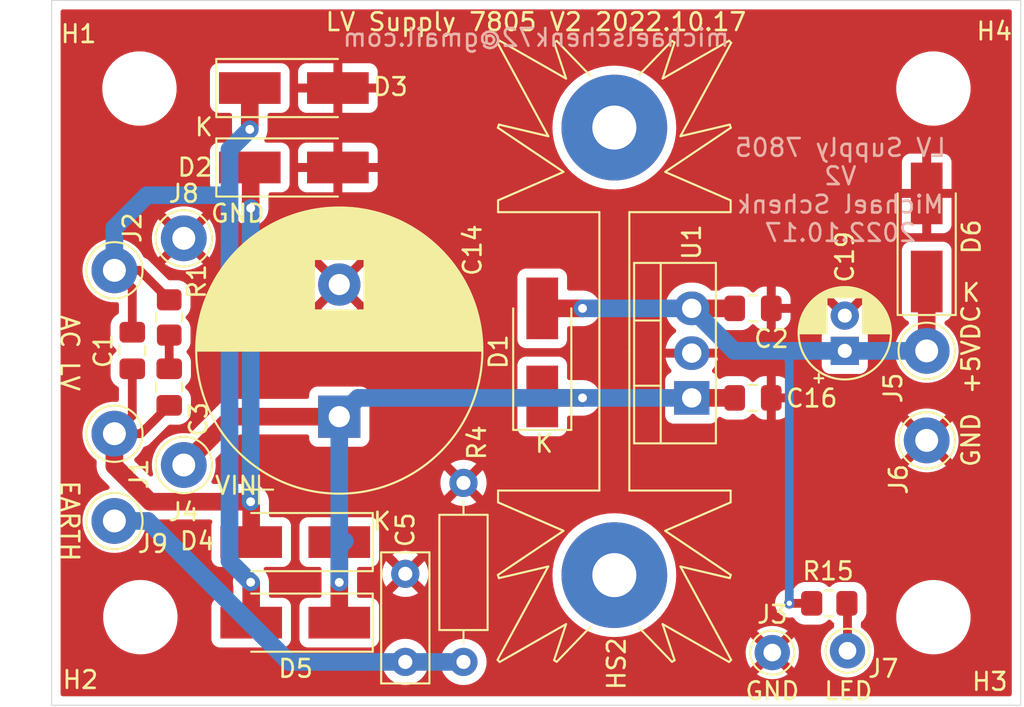
<source format=kicad_pcb>
(kicad_pcb (version 20211014) (generator pcbnew)
  (layers (0 "F.Cu" signal) (31 "B.Cu" signal) (34 "B.Paste" user) (35 "F.Paste" user) (36 "B.SilkS" user "B.Silkscreen") (37 "F.SilkS" user "F.Silkscreen") (38 "B.Mask" user) (39 "F.Mask" user) (44 "Edge.Cuts" user))
  (net 0 "")
  (net 1 "Net-(C1-Pad2)")
  (net 2 "Net-(C3-Pad2)")
  (net 3 "Net-(C19-Pad1)")
  (net 4 "GND")
  (net 5 "Net-(C14-Pad1)")
  (net 6 "Net-(C1-Pad1)")
  (net 7 "Net-(C5-Pad1)")
  (net 8 "Net-(J7-Pad1)")
  (footprint "MountingHole:MountingHole_3.2mm_M3" (layer "F.Cu") (at 52.9844 113)
    (fp_text reference "H1" (at -3.4544 -3.0988) (layer "F.SilkS"))
    (fp_text value "MountingHole")
    (pad "" np_thru_hole circle (at 0 0) (size 3.2 3.2) (drill 3.2) (layers *.Cu *.Mask))
  )
  (footprint "MountingHole:MountingHole_3.2mm_M3" (layer "F.Cu") (at 53.0352 143)
    (fp_text reference "H2" (at -3.4036 3.556) (layer "F.SilkS"))
    (fp_text value "MountingHole")
    (pad "" np_thru_hole circle (at 0 0) (size 3.2 3.2) (drill 3.2) (layers *.Cu *.Mask))
  )
  (footprint "MountingHole:MountingHole_3.2mm_M3" (layer "F.Cu") (at 98.044 143)
    (fp_text reference "H3" (at 3.2004 3.6576) (layer "F.SilkS"))
    (fp_text value "MountingHole")
    (pad "" np_thru_hole circle (at 0 0) (size 3.2 3.2) (drill 3.2) (layers *.Cu *.Mask))
  )
  (footprint "Connector_Pin:Pin_D1.0mm_L10.0mm" (layer "F.Cu") (at 88.9 145.0096)
    (fp_text reference "J3" (at 0 -2.159) (layer "F.SilkS"))
    (fp_text value "LED_GND")
    (pad "1" thru_hole circle (at 0 0) (size 2 2) (drill 1) (layers *.Cu *.Mask) (net 4 "GND"))
  )
  (footprint "Capacitor_THT:CP_Radial_D5.0mm_P2.00mm" (layer "F.Cu") (at 93.0148 127.889 90)
    (fp_text reference "C19" (at 5.334 0 90) (layer "F.SilkS"))
    (fp_text value "1uF/25V")
    (pad "1" thru_hole rect (at 0 0 90) (size 1.6 1.6) (drill 0.8) (layers *.Cu *.Mask) (net 3 "Net-(C19-Pad1)"))
    (pad "2" thru_hole circle (at 2 0 90) (size 1.6 1.6) (drill 0.8) (layers *.Cu *.Mask) (net 4 "GND"))
  )
  (footprint "Connector_Pin:Pin_D1.3mm_L11.0mm" (layer "F.Cu") (at 97.663 127.889 -90)
    (fp_text reference "J5" (at 2.1082 1.905 -90) (layer "F.SilkS"))
    (fp_text value "+5VDC")
    (pad "1" thru_hole circle (at 0 0 270) (size 2.6 2.6) (drill 1.3) (layers *.Cu *.Mask) (net 3 "Net-(C19-Pad1)"))
  )
  (footprint "Connector_Pin:Pin_D1.3mm_L11.0mm" (layer "F.Cu") (at 97.663 132.969 -90)
    (fp_text reference "J6" (at 2.2098 1.6002 -90) (layer "F.SilkS"))
    (fp_text value "GND")
    (pad "1" thru_hole circle (at 0 0 270) (size 2.6 2.6) (drill 1.3) (layers *.Cu *.Mask) (net 4 "GND"))
  )
  (footprint "Connector_Pin:Pin_D1.0mm_L10.0mm" (layer "F.Cu") (at 93.1672 144.907)
    (fp_text reference "J7" (at 2.032 1.016) (layer "F.SilkS"))
    (fp_text value "LED")
    (pad "1" thru_hole circle (at 0 0) (size 2 2) (drill 1) (layers *.Cu *.Mask) (net 8 "Net-(J7-Pad1)"))
  )
  (footprint "Resistor_SMD:R_0805_2012Metric_Pad1.20x1.40mm_HandSolder" (layer "F.Cu") (at 92.1352 142.2156 180)
    (fp_text reference "R15" (at 0.0668 1.8288) (layer "F.SilkS"))
    (fp_text value "330R")
    (pad "1" smd roundrect (at -1 0 180) (size 1.2 1.4) (layers "F.Cu" "F.Paste" "F.Mask") (roundrect_rratio 0.2083333333) (net 8 "Net-(J7-Pad1)"))
    (pad "2" smd roundrect (at 1 0 180) (size 1.2 1.4) (layers "F.Cu" "F.Paste" "F.Mask") (roundrect_rratio 0.2083333333) (net 3 "Net-(C19-Pad1)"))
  )
  (footprint "Capacitor_SMD:C_0805_2012Metric_Pad1.18x1.45mm_HandSolder" (layer "F.Cu") (at 87.8039 130.556)
    (fp_text reference "C16" (at 3.3313 0.0244) (layer "F.SilkS"))
    (fp_text value "330nF/50V")
    (pad "1" smd roundrect (at -1.0375 0) (size 1.175 1.45) (layers "F.Cu" "F.Paste" "F.Mask") (roundrect_rratio 0.2127659574) (net 5 "Net-(C14-Pad1)"))
    (pad "2" smd roundrect (at 1.0375 0) (size 1.175 1.45) (layers "F.Cu" "F.Paste" "F.Mask") (roundrect_rratio 0.2127659574) (net 4 "GND"))
  )
  (footprint "MountingHole:MountingHole_3.2mm_M3" (layer "F.Cu") (at 98.044 113)
    (fp_text reference "H4" (at 3.4544 -3.2512) (layer "F.SilkS"))
    (fp_text value "MountingHole")
    (pad "" np_thru_hole circle (at 0 0) (size 3.2 3.2) (drill 3.2) (layers *.Cu *.Mask))
  )
  (footprint "Capacitor_THT:CP_Radial_D16.0mm_P7.50mm" (layer "F.Cu") (at 64.3255 131.6228 90)
    (fp_text reference "C14" (at 9.4488 7.5565 90) (layer "F.SilkS"))
    (fp_text value "2200uF/35VDC")
    (pad "1" thru_hole rect (at 0 0 90) (size 2.4 2.4) (drill 1.2) (layers *.Cu *.Mask) (net 5 "Net-(C14-Pad1)"))
    (pad "2" thru_hole circle (at 7.5 0 90) (size 2.4 2.4) (drill 1.2) (layers *.Cu *.Mask) (net 4 "GND"))
  )
  (footprint "Capacitor_SMD:C_0805_2012Metric_Pad1.18x1.45mm_HandSolder" (layer "F.Cu") (at 52.578 127.8675 90)
    (fp_text reference "C1" (at -0.0215 -1.651 90) (layer "F.SilkS"))
    (fp_text value "Cx/10nF/50V")
    (pad "1" smd roundrect (at -1.0375 0 90) (size 1.175 1.45) (layers "F.Cu" "F.Paste" "F.Mask") (roundrect_rratio 0.2127659574) (net 6 "Net-(C1-Pad1)"))
    (pad "2" smd roundrect (at 1.0375 0 90) (size 1.175 1.45) (layers "F.Cu" "F.Paste" "F.Mask") (roundrect_rratio 0.2127659574) (net 1 "Net-(C1-Pad2)"))
  )
  (footprint "Capacitor_SMD:C_0805_2012Metric_Pad1.18x1.45mm_HandSolder" (layer "F.Cu") (at 87.8039 125.476)
    (fp_text reference "C2" (at 1.0463 1.7272) (layer "F.SilkS"))
    (fp_text value "100nF/50V")
    (pad "1" smd roundrect (at -1.0375 0) (size 1.175 1.45) (layers "F.Cu" "F.Paste" "F.Mask") (roundrect_rratio 0.2127659574) (net 3 "Net-(C19-Pad1)"))
    (pad "2" smd roundrect (at 1.0375 0) (size 1.175 1.45) (layers "F.Cu" "F.Paste" "F.Mask") (roundrect_rratio 0.2127659574) (net 4 "GND"))
  )
  (footprint "Capacitor_SMD:C_0805_2012Metric_Pad1.18x1.45mm_HandSolder" (layer "F.Cu") (at 54.6735 129.9425 90)
    (fp_text reference "C3" (at -1.8327 1.6637 90) (layer "F.SilkS"))
    (fp_text value "Cs/50V")
    (pad "1" smd roundrect (at -1.0375 0 90) (size 1.175 1.45) (layers "F.Cu" "F.Paste" "F.Mask") (roundrect_rratio 0.2127659574) (net 6 "Net-(C1-Pad1)"))
    (pad "2" smd roundrect (at 1.0375 0 90) (size 1.175 1.45) (layers "F.Cu" "F.Paste" "F.Mask") (roundrect_rratio 0.2127659574) (net 2 "Net-(C3-Pad2)"))
  )
  (footprint "Diode_SMD:D_SMA_Handsoldering" (layer "F.Cu") (at 75.8444 127.976 90)
    (fp_text reference "D1" (at 0.04 -2.4892 90) (layer "F.SilkS"))
    (fp_text value "1N4007")
    (pad "1" smd rect (at -2.5 0 90) (size 3.5 1.8) (layers "F.Cu" "F.Paste" "F.Mask") (net 5 "Net-(C14-Pad1)"))
    (pad "2" smd rect (at 2.5 0 90) (size 3.5 1.8) (layers "F.Cu" "F.Paste" "F.Mask") (net 3 "Net-(C19-Pad1)"))
  )
  (footprint "Diode_SMD:D_SMA_Handsoldering" (layer "F.Cu") (at 61.7455 117.479837)
    (fp_text reference "D2" (at -5.6115 -0.004837) (layer "F.SilkS"))
    (fp_text value "BYG22B-E3")
    (pad "1" smd rect (at -2.5 0) (size 3.5 1.8) (layers "F.Cu" "F.Paste" "F.Mask") (net 6 "Net-(C1-Pad1)"))
    (pad "2" smd rect (at 2.5 0) (size 3.5 1.8) (layers "F.Cu" "F.Paste" "F.Mask") (net 4 "GND"))
  )
  (footprint "Diode_SMD:D_SMA_Handsoldering" (layer "F.Cu") (at 61.7455 112.971337)
    (fp_text reference "D3" (at 5.4845 -0.068337) (layer "F.SilkS"))
    (fp_text value "BYG22B-E3")
    (pad "1" smd rect (at -2.5 0) (size 3.5 1.8) (layers "F.Cu" "F.Paste" "F.Mask") (net 1 "Net-(C1-Pad2)"))
    (pad "2" smd rect (at 2.5 0) (size 3.5 1.8) (layers "F.Cu" "F.Paste" "F.Mask") (net 4 "GND"))
  )
  (footprint "Diode_SMD:D_SMA_Handsoldering" (layer "F.Cu") (at 61.8255 138.7403 180)
    (fp_text reference "D4" (at 5.5645 0.0563) (layer "F.SilkS"))
    (fp_text value "BYG22B-E3")
    (pad "1" smd rect (at -2.5 0 180) (size 3.5 1.8) (layers "F.Cu" "F.Paste" "F.Mask") (net 5 "Net-(C14-Pad1)"))
    (pad "2" smd rect (at 2.5 0 180) (size 3.5 1.8) (layers "F.Cu" "F.Paste" "F.Mask") (net 6 "Net-(C1-Pad1)"))
  )
  (footprint "Diode_SMD:D_SMA_Handsoldering" (layer "F.Cu") (at 61.8255 143.3123 180)
    (fp_text reference "D5" (at -0.0235 -2.6107) (layer "F.SilkS"))
    (fp_text value "BYG22B-E3")
    (pad "1" smd rect (at -2.5 0 180) (size 3.5 1.8) (layers "F.Cu" "F.Paste" "F.Mask") (net 5 "Net-(C14-Pad1)"))
    (pad "2" smd rect (at 2.5 0 180) (size 3.5 1.8) (layers "F.Cu" "F.Paste" "F.Mask") (net 1 "Net-(C1-Pad2)"))
  )
  (footprint "Diode_SMD:D_SMA_Handsoldering" (layer "F.Cu") (at 97.663 121.452 90)
    (fp_text reference "D6" (at 0.04 2.54 90) (layer "F.SilkS"))
    (fp_text value "1N4007")
    (pad "1" smd rect (at -2.5 0 90) (size 3.5 1.8) (layers "F.Cu" "F.Paste" "F.Mask") (net 3 "Net-(C19-Pad1)"))
    (pad "2" smd rect (at 2.5 0 90) (size 3.5 1.8) (layers "F.Cu" "F.Paste" "F.Mask") (net 4 "GND"))
  )
  (footprint "Connector_Pin:Pin_D1.3mm_L11.0mm" (layer "F.Cu") (at 51.562 132.588 90)
    (fp_text reference "J1" (at -2.286 1.397 90) (layer "F.SilkS"))
    (fp_text value "AC-LV")
    (pad "1" thru_hole circle (at 0 0 90) (size 2.6 2.6) (drill 1.3) (layers *.Cu *.Mask) (net 6 "Net-(C1-Pad1)"))
  )
  (footprint "Connector_Pin:Pin_D1.3mm_L11.0mm" (layer "F.Cu") (at 51.562 123.317 90)
    (fp_text reference "J2" (at 2.413 1.016 90) (layer "F.SilkS"))
    (fp_text value "AC-LV")
    (pad "1" thru_hole circle (at 0 0 90) (size 2.6 2.6) (drill 1.3) (layers *.Cu *.Mask) (net 1 "Net-(C1-Pad2)"))
  )
  (footprint "Resistor_SMD:R_0805_2012Metric_Pad1.20x1.40mm_HandSolder" (layer "F.Cu") (at 54.6735 125.9918 90)
    (fp_text reference "R1" (at 2.0398 1.5621 90) (layer "F.SilkS"))
    (fp_text value "Rs/1/8W")
    (pad "1" smd roundrect (at -1 0 90) (size 1.2 1.4) (layers "F.Cu" "F.Paste" "F.Mask") (roundrect_rratio 0.2083333333) (net 2 "Net-(C3-Pad2)"))
    (pad "2" smd roundrect (at 1 0 90) (size 1.2 1.4) (layers "F.Cu" "F.Paste" "F.Mask") (roundrect_rratio 0.2083333333) (net 1 "Net-(C1-Pad2)"))
  )
  (footprint "Heatsink:Heatsink_Fischer_SK104-STC-STIC_35x13mm_2xDrill2.5mm" (layer "F.Cu") (at 79.936 127.9154 -90)
    (fp_text reference "HS2" (at 17.7282 -0.1248 90) (layer "F.SilkS"))
    (fp_text value "Heatsink")
    (pad "1" thru_hole circle (at -12.7 0 90) (size 6 6) (drill 2.5) (layers *.Cu *.Mask))
    (pad "1" thru_hole circle (at 12.7 0 270) (size 6 6) (drill 2.5) (layers *.Cu *.Mask))
  )
  (footprint "Connector_Pin:Pin_D1.3mm_L11.0mm" (layer "F.Cu") (at 55.5 121.5)
    (fp_text reference "J8" (at 0 -2.54) (layer "F.SilkS"))
    (fp_text value "GND")
    (pad "1" thru_hole circle (at 0 0) (size 2.6 2.6) (drill 1.3) (layers *.Cu *.Mask) (net 4 "GND"))
  )
  (footprint "Capacitor_THT:C_Rect_L7.2mm_W2.5mm_P5.00mm_FKS2_FKP2_MKS2_MKP2" (layer "F.Cu") (at 68.072 145.542 90)
    (fp_text reference "C5" (at 7.493 0 90) (layer "F.SilkS"))
    (fp_text value "10nF")
    (pad "1" thru_hole circle (at 0 0 90) (size 1.6 1.6) (drill 0.8) (layers *.Cu *.Mask) (net 7 "Net-(C5-Pad1)"))
    (pad "2" thru_hole circle (at 5 0 90) (size 1.6 1.6) (drill 0.8) (layers *.Cu *.Mask) (net 4 "GND"))
  )
  (footprint "Connector_Pin:Pin_D1.3mm_L11.0mm" (layer "F.Cu") (at 51.562 137.541 180)
    (fp_text reference "J9" (at -2.1844 -1.2954 180) (layer "F.SilkS"))
    (fp_text value "EARTH")
    (pad "1" thru_hole circle (at 0 0 180) (size 2.6 2.6) (drill 1.3) (layers *.Cu *.Mask) (net 7 "Net-(C5-Pad1)"))
  )
  (footprint "Package_TO_SOT_THT:TO-220-3_Vertical" (layer "F.Cu") (at 84.328 130.556 90)
    (fp_text reference "U1" (at 8.8392 0 90) (layer "F.SilkS"))
    (fp_text value "LM7805_TO220")
    (pad "1" thru_hole rect (at 0 0 90) (size 1.905 2) (drill 1.1) (layers *.Cu *.Mask) (net 5 "Net-(C14-Pad1)"))
    (pad "2" thru_hole oval (at 2.54 0 90) (size 1.905 2) (drill 1.1) (layers *.Cu *.Mask) (net 4 "GND"))
    (pad "3" thru_hole oval (at 5.08 0 90) (size 1.905 2) (drill 1.1) (layers *.Cu *.Mask) (net 3 "Net-(C19-Pad1)"))
  )
  (footprint "Connector_Pin:Pin_D1.3mm_L11.0mm" (layer "F.Cu") (at 55.5 134.366)
    (fp_text reference "J4" (at 0 2.667) (layer "F.SilkS"))
    (fp_text value "DCVIN")
    (pad "1" thru_hole circle (at 0 0) (size 2.6 2.6) (drill 1.3) (layers *.Cu *.Mask) (net 5 "Net-(C14-Pad1)"))
  )
  (footprint "Resistor_THT:R_Axial_DIN0207_L6.3mm_D2.5mm_P10.16mm_Horizontal" (layer "F.Cu") (at 71.374 135.382 -90)
    (fp_text reference "R4" (at -2.286 -0.762 90) (layer "F.SilkS"))
    (fp_text value "100R/0.6W")
    (pad "1" thru_hole circle (at 0 0 270) (size 1.6 1.6) (drill 0.8) (layers *.Cu *.Mask) (net 4 "GND"))
    (pad "2" thru_hole oval (at 10.16 0 270) (size 1.6 1.6) (drill 0.8) (layers *.Cu *.Mask) (net 7 "Net-(C5-Pad1)"))
  )
  (gr_line (start 48 108) (end 48 148) (layer "Edge.Cuts") (width 0.05))
  (gr_line (start 103 108) (end 48 108) (layer "Edge.Cuts") (width 0.05))
  (gr_line (start 48 148) (end 103 148) (layer "Edge.Cuts") (width 0.05))
  (gr_line (start 103 148) (end 103 108) (layer "Edge.Cuts") (width 0.05))
  (gr_text "LV Supply 7805\nV2\nMichael Schenk\n2022.10.17\n" (at 92.7608 118.7704) (layer "B.SilkS") (effects (font (size 1 1)) (justify mirror)))
  (gr_text "michaelschenk72@gmail.com" (at 75.4888 110.109) (layer "B.SilkS") (effects (font (size 1 1)) (justify mirror)))
  (gr_text "+5VDC" (at 100.177149 127.8128 90) (layer "F.SilkS") (effects (font (size 1 1))))
  (gr_text "GND" (at 100.177149 132.9436 90) (layer "F.SilkS") (effects (font (size 1 1))))
  (gr_text "LED" (at 93.218 147.193) (layer "F.SilkS") (effects (font (size 1 1))))
  (gr_text "AC LV" (at 49.022 128.016 270) (layer "F.SilkS") (effects (font (size 1 1))))
  (gr_text "K" (at 59.8805 121.9708) (layer "F.SilkS") (effects (font (size 1 1))))
  (gr_text "K" (at 100.1776 124.587) (layer "F.SilkS") (effects (font (size 1 1))))
  (gr_text "K" (at 56.642 115.189) (layer "F.SilkS") (effects (font (size 1 1))))
  (gr_text "VIN" (at 58.4708 135.5344) (layer "F.SilkS") (effects (font (size 1 1))))
  (gr_text "GND" (at 58.5724 120.0912) (layer "F.SilkS") (effects (font (size 1 1))))
  (gr_text "K" (at 66.7512 137.5664) (layer "F.SilkS") (effects (font (size 1 1))))
  (gr_text "LV Supply 7805 V2 2022.10.17\n" (at 75.4888 109.22) (layer "F.SilkS") (effects (font (size 1 1))))
  (gr_text "GND" (at 88.9 147.193) (layer "F.SilkS") (effects (font (size 1 1))))
  (gr_text "K" (at 75.946 133.1468) (layer "F.SilkS") (effects (font (size 1 1))))
  (gr_text "EARTH" (at 49.022 137.541 270) (layer "F.SilkS") (effects (font (size 1 1))))
  (segment (start 52.9987 123.317) (end 54.6735 124.9918) (width 0.5) (layer "F.Cu") (net 1))
  (segment (start 59.3255 141.05) (end 59.2963 141.0208) (width 1) (layer "F.Cu") (net 1))
  (segment (start 59.3255 143.3123) (end 59.3255 141.05) (width 1) (layer "F.Cu") (net 1))
  (segment (start 52.578 126.83) (end 52.578 124.333) (width 0.5) (layer "F.Cu") (net 1))
  (segment (start 51.562 123.317) (end 52.9987 123.317) (width 0.5) (layer "F.Cu") (net 1))
  (segment (start 59.2455 115.316) (end 59.2455 112.971337) (width 1) (layer "F.Cu") (net 1))
  (segment (start 52.578 124.333) (end 51.562 123.317) (width 0.5) (layer "F.Cu") (net 1))
  (via (at 59.2963 141.0208) (size 1) (drill 0.5) (layers "F.Cu" "B.Cu") (net 1))
  (via (at 59.2455 115.316) (size 1) (drill 0.5) (layers "F.Cu" "B.Cu") (net 1))
  (segment (start 51.562 120.904) (end 53.4097 119.0563) (width 1) (layer "B.Cu") (net 1))
  (segment (start 58.0963 116.4652) (end 59.2455 115.316) (width 1) (layer "B.Cu") (net 1))
  (segment (start 51.562 123.317) (end 51.562 120.904) (width 1) (layer "B.Cu") (net 1))
  (segment (start 58.0963 119.0563) (end 58.0963 116.4652) (width 1) (layer "B.Cu") (net 1))
  (segment (start 53.4097 119.0563) (end 58.0963 119.0563) (width 1) (layer "B.Cu") (net 1))
  (segment (start 58.0963 139.8208) (end 58.0963 119.0563) (width 1) (layer "B.Cu") (net 1))
  (segment (start 59.2963 141.0208) (end 58.0963 139.8208) (width 1) (layer "B.Cu") (net 1))
  (segment (start 54.6735 128.905) (end 54.6735 126.9918) (width 0.5) (layer "F.Cu") (net 2))
  (segment (start 91.1352 142.2156) (end 89.8652 142.2156) (width 0.5) (layer "F.Cu") (net 3))
  (segment (start 75.8444 125.476) (end 78.1304 125.476) (width 1) (layer "F.Cu") (net 3))
  (segment (start 97.663 127.889) (end 97.663 123.952) (width 1) (layer "F.Cu") (net 3))
  (segment (start 86.7664 125.476) (end 84.328 125.476) (width 1) (layer "F.Cu") (net 3))
  (via (at 89.8652 142.2156) (size 0.6) (drill 0.3) (layers "F.Cu" "B.Cu") (net 3))
  (via (at 78.1304 125.476) (size 1) (drill 0.5) (layers "F.Cu" "B.Cu") (net 3))
  (segment (start 89.8652 142.2156) (end 89.8652 128.3716) (width 0.5) (layer "B.Cu") (net 3))
  (segment (start 78.1304 125.476) (end 84.328 125.476) (width 1) (layer "B.Cu") (net 3))
  (segment (start 89.8652 128.3716) (end 89.3826 127.889) (width 0.5) (layer "B.Cu") (net 3))
  (segment (start 84.328 125.476) (end 86.741 127.889) (width 1) (layer "B.Cu") (net 3))
  (segment (start 92.837 127.889) (end 97.663 127.889) (width 1) (layer "B.Cu") (net 3))
  (segment (start 89.3826 127.889) (end 93.0148 127.889) (width 1) (layer "B.Cu") (net 3))
  (segment (start 86.741 127.889) (end 89.3826 127.889) (width 1) (layer "B.Cu") (net 3))
  (segment (start 86.7664 130.556) (end 84.328 130.556) (width 1) (layer "F.Cu") (net 5))
  (segment (start 78.1304 130.556) (end 75.9244 130.556) (width 1) (layer "F.Cu") (net 5))
  (segment (start 64.3255 143.3123) (end 64.3255 141.0263) (width 1) (layer "F.Cu") (net 5))
  (segment (start 64.3255 131.6228) (end 58.2432 131.6228) (width 1) (layer "F.Cu") (net 5))
  (segment (start 58.2432 131.6228) (end 55.5 134.366) (width 1) (layer "F.Cu") (net 5))
  (segment (start 75.9244 130.556) (end 75.8444 130.476) (width 1) (layer "F.Cu") (net 5))
  (segment (start 64.3255 141.0263) (end 64.3255 138.7403) (width 1) (layer "F.Cu") (net 5))
  (via (at 78.1304 130.556) (size 1) (drill 0.5) (layers "F.Cu" "B.Cu") (net 5))
  (via (at 64.3255 141.0263) (size 1) (drill 0.5) (layers "F.Cu" "B.Cu") (net 5))
  (segment (start 64.643 138.684) (end 64.3255 139.0015) (width 1) (layer "B.Cu") (net 5))
  (segment (start 64.3255 141.0263) (end 64.3255 139.0015) (width 1) (layer "B.Cu") (net 5))
  (segment (start 64.3255 139.0015) (end 64.3255 131.6228) (width 1) (layer "B.Cu") (net 5))
  (segment (start 65.3923 130.556) (end 64.3255 131.6228) (width 1) (layer "B.Cu") (net 5))
  (segment (start 84.328 130.556) (end 78.1304 130.556) (width 1) (layer "B.Cu") (net 5))
  (segment (start 78.1304 130.556) (end 65.3923 130.556) (width 1) (layer "B.Cu") (net 5))
  (segment (start 59.3255 138.7403) (end 59.3255 136.478) (width 1) (layer "F.Cu") (net 6))
  (segment (start 59.2963 119.7864) (end 59.2963 117.530637) (width 1) (layer "F.Cu") (net 6))
  (segment (start 59.2963 136.4488) (end 53.584323 136.4488) (width 1) (layer "F.Cu") (net 6))
  (segment (start 59.2963 117.530637) (end 59.2455 117.479837) (width 1) (layer "F.Cu") (net 6))
  (segment (start 53.0655 132.588) (end 54.6735 130.98) (width 0.5) (layer "F.Cu") (net 6))
  (segment (start 51.562 132.588) (end 53.0655 132.588) (width 0.5) (layer "F.Cu") (net 6))
  (segment (start 52.578 131.572) (end 51.562 132.588) (width 0.5) (layer "F.Cu") (net 6))
  (segment (start 59.3255 117.559837) (end 59.2455 117.479837) (width 0.5) (layer "F.Cu") (net 6))
  (segment (start 52.578 128.905) (end 52.578 131.572) (width 0.5) (layer "F.Cu") (net 6))
  (segment (start 59.3255 136.478) (end 59.2963 136.4488) (width 1) (layer "F.Cu") (net 6))
  (segment (start 53.584323 136.4488) (end 51.562 134.426477) (width 1) (layer "F.Cu") (net 6))
  (segment (start 51.562 134.426477) (end 51.562 132.588) (width 1) (layer "F.Cu") (net 6))
  (via (at 59.2963 119.7864) (size 1) (drill 0.5) (layers "F.Cu" "B.Cu") (net 6))
  (via (at 59.2963 136.4488) (size 1) (drill 0.5) (layers "F.Cu" "B.Cu") (net 6))
  (segment (start 59.2963 136.4488) (end 59.2963 119.7864) (width 1) (layer "B.Cu") (net 6))
  (segment (start 53.467 137.541) (end 51.562 137.541) (width 1) (layer "B.Cu") (net 7))
  (segment (start 71.374 145.542) (end 68.072 145.542) (width 1) (layer "B.Cu") (net 7))
  (segment (start 61.468 145.542) (end 53.467 137.541) (width 1) (layer "B.Cu") (net 7))
  (segment (start 68.072 145.542) (end 61.468 145.542) (width 1) (layer "B.Cu") (net 7))
  (segment (start 93.1672 145.0096) (end 93.1672 142.2476) (width 0.5) (layer "F.Cu") (net 8))
  (zone (net 4) (net_name "GND") (layer "F.Cu") (connect_pads (clearance 0.508)) (min_thickness 0.254) (fill yes (thermal_gap 0.508) (thermal_bridge_width 0.508))
    (polygon (pts (xy 103 148) (xy 48 148) (xy 48 108) (xy 103 108)))
  )
)
</source>
